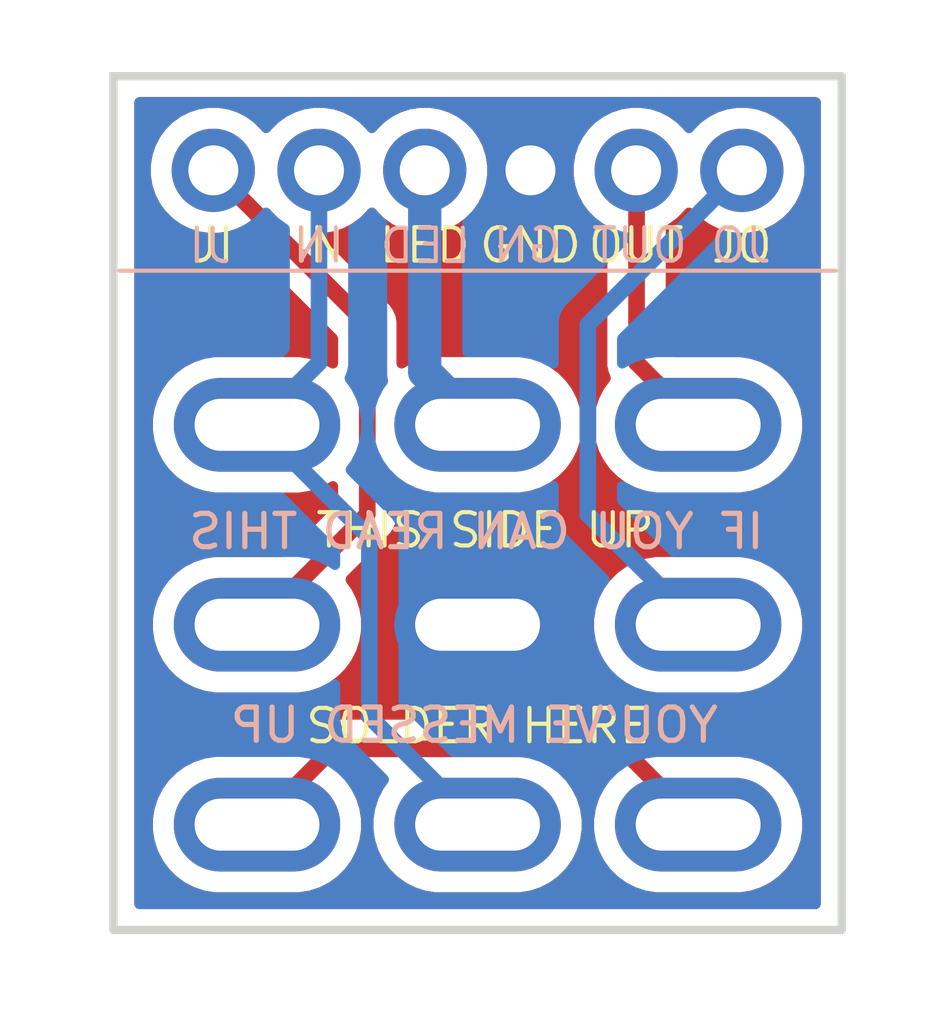
<source format=kicad_pcb>
(kicad_pcb (version 20241229) (generator "pcbnew") (generator_version "9.0")
  (layers (0 "F.Cu" signal) (2 "B.Cu" signal) (13 "F.Paste" user) (15 "B.Paste" user) (5 "F.SilkS" user "F.Silkscreen") (7 "B.SilkS" user "B.Silkscreen") (1 "F.Mask" user) (3 "B.Mask" user) (25 "Edge.Cuts" user))
  (net 0 "")
  (net 1 "GND")
  (net 2 "Net-(IN1-Pin_1)")
  (net 3 "Net-(JI1-Pin_1)")
  (net 4 "Net-(JO1-Pin_1)")
  (net 5 "Net-(LED1-Pin_1)")
  (net 6 "Net-(OUT1-Pin_1)")
  (net 7 "Net-(SW_3PDT1-Pad3)")
  (footprint "_MB_supply_pins:PAD1" (layer "F.Cu") (at 140.87 68.19)
    (property "Reference" "GND1" (hide yes))
    (property "Value" "GND" (at 0 1.8 0) (layer "F.SilkS") (effects (font (size 0.8 0.8) (thickness 0.1))))
    (pad "1" thru_hole circle (at 0 0) (size 2 2) (drill 1.2) (layers "*.Cu" "*.Mask") (net 1 "GND"))
  )
  (footprint "_MB_supply_pins:PAD1" (layer "F.Cu") (at 138.33 68.19)
    (property "Reference" "LED1" (hide yes))
    (property "Value" "LED" (at 0 1.8 180) (layer "F.SilkS") (effects (font (size 0.8 0.8) (thickness 0.1))))
    (pad "1" thru_hole circle (at 0 0) (size 2 2) (drill 1.2) (layers "*.Cu" "*.Mask") (net 5 "Net-(LED1-Pin_1)"))
  )
  (footprint "_MB_supply_pins:PAD1" (layer "F.Cu") (at 133.25 68.19)
    (property "Reference" "JI1" (hide yes))
    (property "Value" "JI" (at 0 1.8 0) (layer "F.SilkS") (effects (font (size 0.8 0.8) (thickness 0.1))))
    (pad "1" thru_hole circle (at 0 0) (size 2 2) (drill 1.2) (layers "*.Cu" "*.Mask") (net 3 "Net-(JI1-Pin_1)"))
  )
  (footprint "_MB_supply_pins:PAD1" (layer "F.Cu") (at 143.41 68.19)
    (property "Reference" "OUT1" (hide yes))
    (property "Value" "OUT" (at 0 1.8 0) (layer "F.SilkS") (effects (font (size 0.8 0.8) (thickness 0.1))))
    (pad "1" thru_hole circle (at 0 0) (size 2 2) (drill 1.2) (layers "*.Cu" "*.Mask") (net 6 "Net-(OUT1-Pin_1)"))
  )
  (footprint "_MB_switches:3PDT.LUGS.KR.NO_CIRCLE" (layer "F.Cu") (at 139.6 79.1)
    (property "Reference" "SW_3PDT1" (hide yes))
    (property "Value" "~" (hide yes))
    (pad "1" thru_hole oval (at -5.3 -4.8 180) (size 4 2.25) (drill oval 3 1.25) (layers "*.Cu" "*.Mask") (net 2 "Net-(IN1-Pin_1)"))
    (pad "2" thru_hole oval (at -5.3 0 180) (size 4 2.25) (drill oval 3 1.25) (layers "*.Cu" "*.Mask") (net 3 "Net-(JI1-Pin_1)"))
    (pad "3" thru_hole oval (at -5.3 4.8 180) (size 4 2.25) (drill oval 3 1.25) (layers "*.Cu" "*.Mask") (net 7 "Net-(SW_3PDT1-Pad3)"))
    (pad "4" thru_hole oval (at 0 -4.8 180) (size 4 2.25) (drill oval 3 1.25) (layers "*.Cu" "*.Mask") (net 5 "Net-(LED1-Pin_1)"))
    (pad "5" thru_hole oval (at 0 0 180) (size 4 2.25) (drill oval 3 1.25) (layers "*.Cu" "*.Mask") (net 1 "GND"))
    (pad "6" thru_hole oval (at 0 4.8 180) (size 4 2.25) (drill oval 3 1.25) (layers "*.Cu" "*.Mask") (net 2 "Net-(IN1-Pin_1)"))
    (pad "7" thru_hole oval (at 5.3 -4.8 180) (size 4 2.25) (drill oval 3 1.25) (layers "*.Cu" "*.Mask") (net 6 "Net-(OUT1-Pin_1)"))
    (pad "8" thru_hole oval (at 5.3 0 180) (size 4 2.25) (drill oval 3 1.25) (layers "*.Cu" "*.Mask") (net 4 "Net-(JO1-Pin_1)"))
    (pad "9" thru_hole oval (at 5.3 4.8 180) (size 4 2.25) (drill oval 3 1.25) (layers "*.Cu" "*.Mask") (net 7 "Net-(SW_3PDT1-Pad3)"))
  )
  (footprint "_MB_supply_pins:PAD1" (layer "F.Cu") (at 145.95 68.19)
    (property "Reference" "JO1" (hide yes))
    (property "Value" "JO" (at 0 1.8 0) (layer "F.SilkS") (effects (font (size 0.8 0.8) (thickness 0.1))))
    (pad "1" thru_hole circle (at 0 0) (size 2 2) (drill 1.2) (layers "*.Cu" "*.Mask") (net 4 "Net-(JO1-Pin_1)"))
  )
  (footprint "_MB_supply_pins:PAD1" (layer "F.Cu") (at 135.79 68.19)
    (property "Reference" "IN1" (hide yes))
    (property "Value" "IN" (at 0 1.8 0) (layer "F.SilkS") (effects (font (size 0.8 0.8) (thickness 0.1))))
    (pad "1" thru_hole circle (at 0 0) (size 2 2) (drill 1.2) (layers "*.Cu" "*.Mask") (net 2 "Net-(IN1-Pin_1)"))
  )
  (gr_line (start 131 70.6) (end 148.2 70.6) (stroke (width 0.1)) (layer "B.SilkS"))
  (gr_rect (start 130.85 65.93) (end 148.35 86.43) (stroke (width 0.2)) (fill no) (layer "Edge.Cuts"))
  (gr_text "SOLDER HERE" (at 135.41 82 0) (layer "F.SilkS") (effects (font (size 0.8 0.8) (thickness 0.1)) (justify left bottom)))
  (gr_text "THIS SIDE UP" (at 135.66 77.3 0) (layer "F.SilkS") (effects (font (size 0.8 0.8) (thickness 0.1)) (justify left bottom)))
  (gr_text "IF YOU CAN READ THIS" (at 139.57 77.33 0) (layer "B.SilkS") (effects (font (size 0.8 0.8) (thickness 0.125)) (justify bottom mirror)))
  (gr_text "OUT" (at 144.7 70.46 0) (layer "B.SilkS") (effects (font (size 0.8 0.8) (thickness 0.1)) (justify left bottom mirror)))
  (gr_text "JI" (at 133.72 70.47 0) (layer "B.SilkS") (effects (font (size 0.8 0.8) (thickness 0.1)) (justify left bottom mirror)))
  (gr_text "GN" (at 141.68 70.46 0) (layer "B.SilkS") (effects (font (size 0.8 0.8) (thickness 0.1)) (justify left bottom mirror)))
  (gr_text "IN" (at 136.45 70.46 0) (layer "B.SilkS") (effects (font (size 0.8 0.8) (thickness 0.1)) (justify left bottom mirror)))
  (gr_text "JO" (at 146.72 70.46 0) (layer "B.SilkS") (effects (font (size 0.8 0.8) (thickness 0.1)) (justify left bottom mirror)))
  (gr_text "LED" (at 139.5 70.47 0) (layer "B.SilkS") (effects (font (size 0.8 0.8) (thickness 0.1)) (justify left bottom mirror)))
  (gr_text "YOU'VE MESSED UP" (at 139.52 81.98 0) (layer "B.SilkS") (effects (font (size 0.8 0.8) (thickness 0.125)) (justify bottom mirror)))
  (segment (start 135.79 72.81) (end 134.3 74.3) (width 0.4) (layer "B.Cu") (net 2))
  (segment (start 134.3 74.3) (end 137 77) (width 0.4) (layer "B.Cu") (net 2))
  (segment (start 137 77) (end 137 81.3) (width 0.4) (layer "B.Cu") (net 2))
  (segment (start 135.79 68.25) (end 135.79 72.81) (width 0.4) (layer "B.Cu") (net 2))
  (segment (start 137 81.3) (end 139.6 83.9) (width 0.4) (layer "B.Cu") (net 2))
  (segment (start 133.25 68.19) (end 136.95 71.89) (width 0.4) (layer "F.Cu") (net 3))
  (segment (start 136.95 71.89) (end 136.95 76.45) (width 0.4) (layer "F.Cu") (net 3))
  (segment (start 136.95 76.45) (end 134.3 79.1) (width 0.4) (layer "F.Cu") (net 3))
  (segment (start 133.25 67.7) (end 133.25 67.65) (width 0.4) (layer "B.Cu") (net 3))
  (segment (start 145.95 68.19) (end 142.25 71.89) (width 0.4) (layer "B.Cu") (net 4))
  (segment (start 142.25 71.89) (end 142.25 76.45) (width 0.4) (layer "B.Cu") (net 4))
  (segment (start 142.25 76.45) (end 144.9 79.1) (width 0.4) (layer "B.Cu") (net 4))
  (segment (start 138.34 68.19) (end 138.35 68.2) (width 0.8) (layer "B.Cu") (net 5))
  (segment (start 138.33 73.03) (end 139.6 74.3) (width 0.8) (layer "B.Cu") (net 5))
  (segment (start 138.33 68.19) (end 138.33 73.03) (width 0.8) (layer "B.Cu") (net 5))
  (segment (start 143.42 72.81) (end 144.91 74.3) (width 0.4) (layer "F.Cu") (net 6))
  (segment (start 143.42 68.25) (end 143.42 72.81) (width 0.4) (layer "F.Cu") (net 6))
  (segment (start 136.12 82.08) (end 134.3 83.9) (width 0.4) (layer "F.Cu") (net 7))
  (segment (start 143.08 82.08) (end 136.12 82.08) (width 0.4) (layer "F.Cu") (net 7))
  (segment (start 144.9 83.9) (end 143.08 82.08) (width 0.4) (layer "F.Cu") (net 7))
  (zone (net 1) (net_name "GND") (layers "F.Cu" "B.Cu") (connect_pads yes (clearance 0.5)) (min_thickness 0.25) (fill yes (thermal_gap 0.5) (thermal_bridge_width 0.5))
    (polygon (pts (xy 128.2 64.1) (xy 128.125 88.7) (xy 150.825 88.7) (xy 150.8 64.2)))
  )
)
</source>
